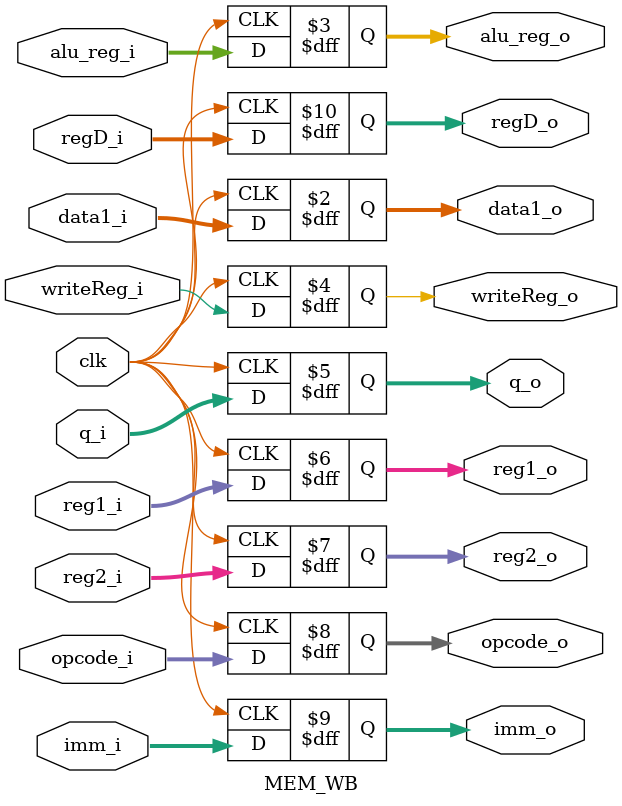
<source format=sv>
module MEM_WB(
		input clk,
		input [7:0] data1_i,
		input [7:0] alu_reg_i,
		input writeReg_i,
		input [7:0] q_i,
		input [2:0] reg1_i, reg2_i,
		input [3:0] opcode_i,
		input [2:0] imm_i,
		input [2:0] regD_i,
		output reg [7:0] data1_o,
		output reg [7:0] alu_reg_o,
		output reg writeReg_o,
		output reg [7:0] q_o,
		output reg [2:0] reg1_o, reg2_o,
		output reg [3:0] opcode_o,
		output reg [2:0] imm_o,
		output reg [2:0] regD_o
	);

always_ff @ (posedge clk)
begin
	data1_o    <= data1_i;
	alu_reg_o  <= alu_reg_i;
	writeReg_o <= writeReg_i;
	q_o        <= q_i;
	reg1_o     <= reg1_i;
	reg2_o     <= reg2_i;
	opcode_o   <= opcode_i;
	imm_o  	   <= imm_i;
	regD_o <= regD_i;
end

endmodule
</source>
